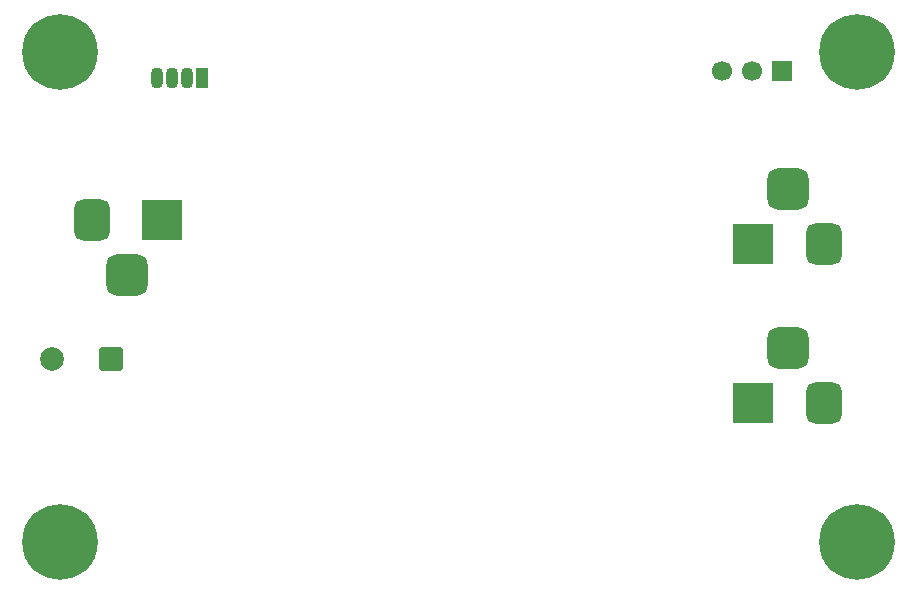
<source format=gbr>
%TF.GenerationSoftware,KiCad,Pcbnew,9.0.2*%
%TF.CreationDate,2025-11-11T23:34:30+02:00*%
%TF.ProjectId,Neon_2x1M_12V,4e656f6e-5f32-4783-914d-5f3132562e6b,REV1_1*%
%TF.SameCoordinates,Original*%
%TF.FileFunction,Soldermask,Bot*%
%TF.FilePolarity,Negative*%
%FSLAX46Y46*%
G04 Gerber Fmt 4.6, Leading zero omitted, Abs format (unit mm)*
G04 Created by KiCad (PCBNEW 9.0.2) date 2025-11-11 23:34:30*
%MOMM*%
%LPD*%
G01*
G04 APERTURE LIST*
G04 Aperture macros list*
%AMRoundRect*
0 Rectangle with rounded corners*
0 $1 Rounding radius*
0 $2 $3 $4 $5 $6 $7 $8 $9 X,Y pos of 4 corners*
0 Add a 4 corners polygon primitive as box body*
4,1,4,$2,$3,$4,$5,$6,$7,$8,$9,$2,$3,0*
0 Add four circle primitives for the rounded corners*
1,1,$1+$1,$2,$3*
1,1,$1+$1,$4,$5*
1,1,$1+$1,$6,$7*
1,1,$1+$1,$8,$9*
0 Add four rect primitives between the rounded corners*
20,1,$1+$1,$2,$3,$4,$5,0*
20,1,$1+$1,$4,$5,$6,$7,0*
20,1,$1+$1,$6,$7,$8,$9,0*
20,1,$1+$1,$8,$9,$2,$3,0*%
G04 Aperture macros list end*
%ADD10R,1.700000X1.700000*%
%ADD11C,1.700000*%
%ADD12C,0.800000*%
%ADD13C,6.400000*%
%ADD14R,1.070000X1.800000*%
%ADD15O,1.070000X1.800000*%
%ADD16R,3.500000X3.500000*%
%ADD17RoundRect,0.750000X0.750000X1.000000X-0.750000X1.000000X-0.750000X-1.000000X0.750000X-1.000000X0*%
%ADD18RoundRect,0.875000X0.875000X0.875000X-0.875000X0.875000X-0.875000X-0.875000X0.875000X-0.875000X0*%
%ADD19RoundRect,0.750000X-0.750000X-1.000000X0.750000X-1.000000X0.750000X1.000000X-0.750000X1.000000X0*%
%ADD20RoundRect,0.875000X-0.875000X-0.875000X0.875000X-0.875000X0.875000X0.875000X-0.875000X0.875000X0*%
%ADD21RoundRect,0.250000X0.750000X0.750000X-0.750000X0.750000X-0.750000X-0.750000X0.750000X-0.750000X0*%
%ADD22C,2.000000*%
G04 APERTURE END LIST*
D10*
%TO.C,J6*%
X175140000Y-36600000D03*
D11*
X172600000Y-36600000D03*
X170060000Y-36600000D03*
%TD*%
D12*
%TO.C,H4*%
X111600000Y-76500000D03*
X112302944Y-74802944D03*
X112302944Y-78197056D03*
X114000000Y-74100000D03*
D13*
X114000000Y-76500000D03*
D12*
X114000000Y-78900000D03*
X115697056Y-74802944D03*
X115697056Y-78197056D03*
X116400000Y-76500000D03*
%TD*%
D14*
%TO.C,D11*%
X126070000Y-37200000D03*
D15*
X124800000Y-37200000D03*
X123530000Y-37200000D03*
X122260000Y-37200000D03*
%TD*%
D12*
%TO.C,H2*%
X111600000Y-35000000D03*
X112302944Y-33302944D03*
X112302944Y-36697056D03*
X114000000Y-32600000D03*
D13*
X114000000Y-35000000D03*
D12*
X114000000Y-37400000D03*
X115697056Y-33302944D03*
X115697056Y-36697056D03*
X116400000Y-35000000D03*
%TD*%
D16*
%TO.C,J4*%
X172700000Y-64757500D03*
D17*
X178700000Y-64757500D03*
D18*
X175700000Y-60057500D03*
%TD*%
D16*
%TO.C,J5*%
X172700000Y-51300000D03*
D17*
X178700000Y-51300000D03*
D18*
X175700000Y-46600000D03*
%TD*%
D16*
%TO.C,J2*%
X122700000Y-49200000D03*
D19*
X116700000Y-49200000D03*
D20*
X119700000Y-53900000D03*
%TD*%
D12*
%TO.C,H3*%
X179100000Y-76500000D03*
X179802944Y-74802944D03*
X179802944Y-78197056D03*
X181500000Y-74100000D03*
D13*
X181500000Y-76500000D03*
D12*
X181500000Y-78900000D03*
X183197056Y-74802944D03*
X183197056Y-78197056D03*
X183900000Y-76500000D03*
%TD*%
D21*
%TO.C,C2*%
X118367677Y-61000000D03*
D22*
X113367677Y-61000000D03*
%TD*%
D12*
%TO.C,H1*%
X179100000Y-35000000D03*
X179802944Y-33302944D03*
X179802944Y-36697056D03*
X181500000Y-32600000D03*
D13*
X181500000Y-35000000D03*
D12*
X181500000Y-37400000D03*
X183197056Y-33302944D03*
X183197056Y-36697056D03*
X183900000Y-35000000D03*
%TD*%
M02*

</source>
